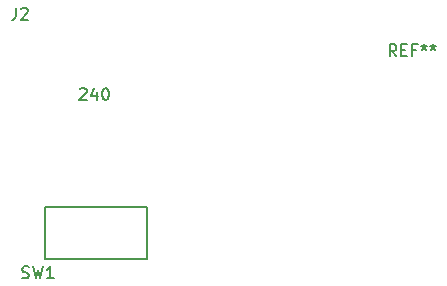
<source format=gto>
G04 #@! TF.GenerationSoftware,KiCad,Pcbnew,(5.1.0)-1*
G04 #@! TF.CreationDate,2019-09-23T14:02:08-04:00*
G04 #@! TF.ProjectId,RGBMount,5247424d-6f75-46e7-942e-6b696361645f,rev?*
G04 #@! TF.SameCoordinates,Original*
G04 #@! TF.FileFunction,Legend,Top*
G04 #@! TF.FilePolarity,Positive*
%FSLAX46Y46*%
G04 Gerber Fmt 4.6, Leading zero omitted, Abs format (unit mm)*
G04 Created by KiCad (PCBNEW (5.1.0)-1) date 2019-09-23 14:02:08*
%MOMM*%
%LPD*%
G04 APERTURE LIST*
%ADD10C,0.150000*%
G04 APERTURE END LIST*
D10*
X104261904Y-98547619D02*
X104309523Y-98500000D01*
X104404761Y-98452380D01*
X104642857Y-98452380D01*
X104738095Y-98500000D01*
X104785714Y-98547619D01*
X104833333Y-98642857D01*
X104833333Y-98738095D01*
X104785714Y-98880952D01*
X104214285Y-99452380D01*
X104833333Y-99452380D01*
X105690476Y-98785714D02*
X105690476Y-99452380D01*
X105452380Y-98404761D02*
X105214285Y-99119047D01*
X105833333Y-99119047D01*
X106404761Y-98452380D02*
X106500000Y-98452380D01*
X106595238Y-98500000D01*
X106642857Y-98547619D01*
X106690476Y-98642857D01*
X106738095Y-98833333D01*
X106738095Y-99071428D01*
X106690476Y-99261904D01*
X106642857Y-99357142D01*
X106595238Y-99404761D01*
X106500000Y-99452380D01*
X106404761Y-99452380D01*
X106309523Y-99404761D01*
X106261904Y-99357142D01*
X106214285Y-99261904D01*
X106166666Y-99071428D01*
X106166666Y-98833333D01*
X106214285Y-98642857D01*
X106261904Y-98547619D01*
X106309523Y-98500000D01*
X106404761Y-98452380D01*
X101330000Y-112900000D02*
X101330000Y-108500000D01*
X101330000Y-108500000D02*
X109930000Y-108500000D01*
X109930000Y-108500000D02*
X109930000Y-112900000D01*
X109930000Y-112900000D02*
X101330000Y-112900000D01*
X131066666Y-95752380D02*
X130733333Y-95276190D01*
X130495238Y-95752380D02*
X130495238Y-94752380D01*
X130876190Y-94752380D01*
X130971428Y-94800000D01*
X131019047Y-94847619D01*
X131066666Y-94942857D01*
X131066666Y-95085714D01*
X131019047Y-95180952D01*
X130971428Y-95228571D01*
X130876190Y-95276190D01*
X130495238Y-95276190D01*
X131495238Y-95228571D02*
X131828571Y-95228571D01*
X131971428Y-95752380D02*
X131495238Y-95752380D01*
X131495238Y-94752380D01*
X131971428Y-94752380D01*
X132733333Y-95228571D02*
X132400000Y-95228571D01*
X132400000Y-95752380D02*
X132400000Y-94752380D01*
X132876190Y-94752380D01*
X133400000Y-94752380D02*
X133400000Y-94990476D01*
X133161904Y-94895238D02*
X133400000Y-94990476D01*
X133638095Y-94895238D01*
X133257142Y-95180952D02*
X133400000Y-94990476D01*
X133542857Y-95180952D01*
X134161904Y-94752380D02*
X134161904Y-94990476D01*
X133923809Y-94895238D02*
X134161904Y-94990476D01*
X134400000Y-94895238D01*
X134019047Y-95180952D02*
X134161904Y-94990476D01*
X134304761Y-95180952D01*
X98866666Y-91652380D02*
X98866666Y-92366666D01*
X98819047Y-92509523D01*
X98723809Y-92604761D01*
X98580952Y-92652380D01*
X98485714Y-92652380D01*
X99295238Y-91747619D02*
X99342857Y-91700000D01*
X99438095Y-91652380D01*
X99676190Y-91652380D01*
X99771428Y-91700000D01*
X99819047Y-91747619D01*
X99866666Y-91842857D01*
X99866666Y-91938095D01*
X99819047Y-92080952D01*
X99247619Y-92652380D01*
X99866666Y-92652380D01*
X99396666Y-114504761D02*
X99539523Y-114552380D01*
X99777619Y-114552380D01*
X99872857Y-114504761D01*
X99920476Y-114457142D01*
X99968095Y-114361904D01*
X99968095Y-114266666D01*
X99920476Y-114171428D01*
X99872857Y-114123809D01*
X99777619Y-114076190D01*
X99587142Y-114028571D01*
X99491904Y-113980952D01*
X99444285Y-113933333D01*
X99396666Y-113838095D01*
X99396666Y-113742857D01*
X99444285Y-113647619D01*
X99491904Y-113600000D01*
X99587142Y-113552380D01*
X99825238Y-113552380D01*
X99968095Y-113600000D01*
X100301428Y-113552380D02*
X100539523Y-114552380D01*
X100730000Y-113838095D01*
X100920476Y-114552380D01*
X101158571Y-113552380D01*
X102063333Y-114552380D02*
X101491904Y-114552380D01*
X101777619Y-114552380D02*
X101777619Y-113552380D01*
X101682380Y-113695238D01*
X101587142Y-113790476D01*
X101491904Y-113838095D01*
M02*

</source>
